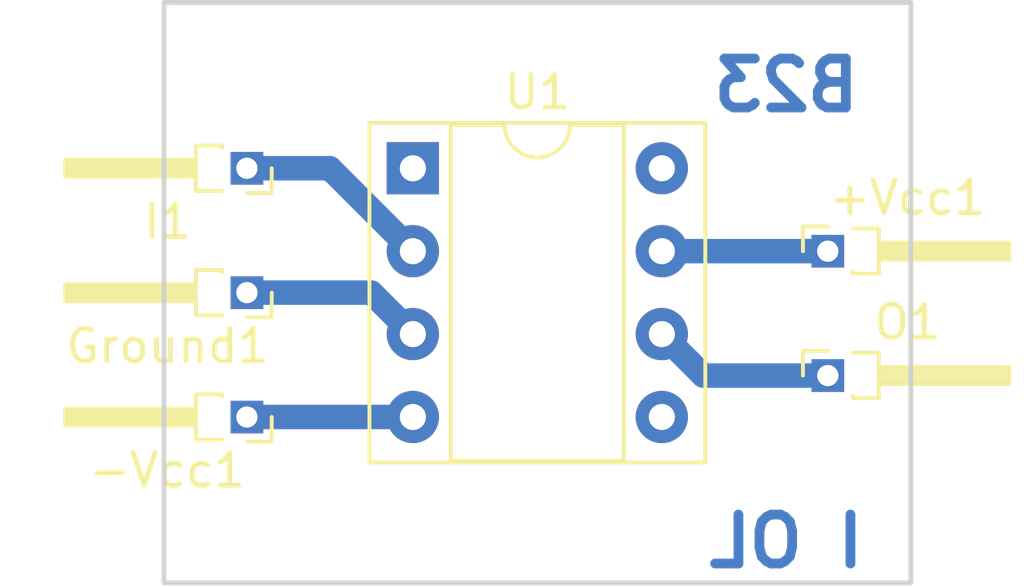
<source format=kicad_pcb>
(kicad_pcb (version 4) (host pcbnew 4.0.7)

  (general
    (links 5)
    (no_connects 0)
    (area 133.3375 86.284999 164.975001 104.22)
    (thickness 1.6)
    (drawings 6)
    (tracks 8)
    (zones 0)
    (modules 6)
    (nets 9)
  )

  (page A4)
  (layers
    (0 F.Cu signal)
    (31 B.Cu signal)
    (32 B.Adhes user)
    (33 F.Adhes user)
    (34 B.Paste user)
    (35 F.Paste user)
    (36 B.SilkS user)
    (37 F.SilkS user)
    (38 B.Mask user)
    (39 F.Mask user)
    (40 Dwgs.User user)
    (41 Cmts.User user)
    (42 Eco1.User user)
    (43 Eco2.User user)
    (44 Edge.Cuts user)
    (45 Margin user)
    (46 B.CrtYd user)
    (47 F.CrtYd user)
    (48 B.Fab user)
    (49 F.Fab user)
  )

  (setup
    (last_trace_width 0.75)
    (trace_clearance 0.2)
    (zone_clearance 0.508)
    (zone_45_only no)
    (trace_min 0.2)
    (segment_width 0.2)
    (edge_width 0.15)
    (via_size 0.6)
    (via_drill 0.4)
    (via_min_size 0.4)
    (via_min_drill 0.3)
    (uvia_size 0.3)
    (uvia_drill 0.1)
    (uvias_allowed no)
    (uvia_min_size 0.2)
    (uvia_min_drill 0.1)
    (pcb_text_width 0.3)
    (pcb_text_size 1.5 1.5)
    (mod_edge_width 0.15)
    (mod_text_size 1 1)
    (mod_text_width 0.15)
    (pad_size 1.524 1.524)
    (pad_drill 0.762)
    (pad_to_mask_clearance 0.2)
    (aux_axis_origin 0 0)
    (visible_elements 7FFFFFFF)
    (pcbplotparams
      (layerselection 0x3d100_80000001)
      (usegerberextensions false)
      (excludeedgelayer true)
      (linewidth 0.100000)
      (plotframeref false)
      (viasonmask false)
      (mode 1)
      (useauxorigin false)
      (hpglpennumber 1)
      (hpglpenspeed 20)
      (hpglpendiameter 15)
      (hpglpenoverlay 2)
      (psnegative false)
      (psa4output false)
      (plotreference true)
      (plotvalue true)
      (plotinvisibletext false)
      (padsonsilk false)
      (subtractmaskfromsilk false)
      (outputformat 1)
      (mirror false)
      (drillshape 0)
      (scaleselection 1)
      (outputdirectory ""))
  )

  (net 0 "")
  (net 1 "Net-(+Vcc1-Pad1)")
  (net 2 "Net-(-Vcc1-Pad1)")
  (net 3 "Net-(Ground1-Pad1)")
  (net 4 "Net-(I1-Pad1)")
  (net 5 "Net-(O1-Pad1)")
  (net 6 "Net-(U1-Pad1)")
  (net 7 "Net-(U1-Pad5)")
  (net 8 "Net-(U1-Pad8)")

  (net_class Default "This is the default net class."
    (clearance 0.2)
    (trace_width 0.75)
    (via_dia 0.6)
    (via_drill 0.4)
    (uvia_dia 0.3)
    (uvia_drill 0.1)
    (add_net "Net-(+Vcc1-Pad1)")
    (add_net "Net-(-Vcc1-Pad1)")
    (add_net "Net-(Ground1-Pad1)")
    (add_net "Net-(I1-Pad1)")
    (add_net "Net-(O1-Pad1)")
    (add_net "Net-(U1-Pad1)")
    (add_net "Net-(U1-Pad5)")
    (add_net "Net-(U1-Pad8)")
  )

  (module Pin_Headers:Pin_Header_Angled_1x01_Pitch1.27mm (layer F.Cu) (tedit 59650535) (tstamp 5C49DB9F)
    (at 158.75 93.98)
    (descr "Through hole angled pin header, 1x01, 1.27mm pitch, 4.0mm pin length, single row")
    (tags "Through hole angled pin header THT 1x01 1.27mm single row")
    (path /5C49DC5A)
    (fp_text reference +Vcc1 (at 2.4325 -1.635) (layer F.SilkS)
      (effects (font (size 1 1) (thickness 0.15)))
    )
    (fp_text value +12V (at 2.4325 1.635) (layer F.Fab)
      (effects (font (size 1 1) (thickness 0.15)))
    )
    (fp_line (start 0.75 -0.635) (end 1.5 -0.635) (layer F.Fab) (width 0.1))
    (fp_line (start 1.5 -0.635) (end 1.5 0.635) (layer F.Fab) (width 0.1))
    (fp_line (start 1.5 0.635) (end 0.5 0.635) (layer F.Fab) (width 0.1))
    (fp_line (start 0.5 0.635) (end 0.5 -0.385) (layer F.Fab) (width 0.1))
    (fp_line (start 0.5 -0.385) (end 0.75 -0.635) (layer F.Fab) (width 0.1))
    (fp_line (start -0.2 -0.2) (end 0.5 -0.2) (layer F.Fab) (width 0.1))
    (fp_line (start -0.2 -0.2) (end -0.2 0.2) (layer F.Fab) (width 0.1))
    (fp_line (start -0.2 0.2) (end 0.5 0.2) (layer F.Fab) (width 0.1))
    (fp_line (start 1.5 -0.2) (end 5.5 -0.2) (layer F.Fab) (width 0.1))
    (fp_line (start 5.5 -0.2) (end 5.5 0.2) (layer F.Fab) (width 0.1))
    (fp_line (start 1.5 0.2) (end 5.5 0.2) (layer F.Fab) (width 0.1))
    (fp_line (start 0.76 -0.695) (end 1.56 -0.695) (layer F.SilkS) (width 0.12))
    (fp_line (start 1.56 -0.695) (end 1.56 0.695) (layer F.SilkS) (width 0.12))
    (fp_line (start 1.56 0.695) (end 0.76 0.695) (layer F.SilkS) (width 0.12))
    (fp_line (start 0.76 0.695) (end 0.76 0.619677) (layer F.SilkS) (width 0.12))
    (fp_line (start 1.56 -0.26) (end 5.56 -0.26) (layer F.SilkS) (width 0.12))
    (fp_line (start 5.56 -0.26) (end 5.56 0.26) (layer F.SilkS) (width 0.12))
    (fp_line (start 5.56 0.26) (end 1.56 0.26) (layer F.SilkS) (width 0.12))
    (fp_line (start 1.56 -0.2) (end 5.56 -0.2) (layer F.SilkS) (width 0.12))
    (fp_line (start 1.56 -0.08) (end 5.56 -0.08) (layer F.SilkS) (width 0.12))
    (fp_line (start 1.56 0.04) (end 5.56 0.04) (layer F.SilkS) (width 0.12))
    (fp_line (start 1.56 0.16) (end 5.56 0.16) (layer F.SilkS) (width 0.12))
    (fp_line (start -0.76 0) (end -0.76 -0.76) (layer F.SilkS) (width 0.12))
    (fp_line (start -0.76 -0.76) (end 0 -0.76) (layer F.SilkS) (width 0.12))
    (fp_line (start -1.15 -1.15) (end -1.15 1.15) (layer F.CrtYd) (width 0.05))
    (fp_line (start -1.15 1.15) (end 6 1.15) (layer F.CrtYd) (width 0.05))
    (fp_line (start 6 1.15) (end 6 -1.15) (layer F.CrtYd) (width 0.05))
    (fp_line (start 6 -1.15) (end -1.15 -1.15) (layer F.CrtYd) (width 0.05))
    (fp_text user %R (at 1 0 90) (layer F.Fab)
      (effects (font (size 0.6 0.6) (thickness 0.09)))
    )
    (pad 1 thru_hole rect (at 0 0) (size 1 1) (drill 0.65) (layers *.Cu *.Mask)
      (net 1 "Net-(+Vcc1-Pad1)"))
    (model ${KISYS3DMOD}/Pin_Headers.3dshapes/Pin_Header_Angled_1x01_Pitch1.27mm.wrl
      (at (xyz 0 0 0))
      (scale (xyz 1 1 1))
      (rotate (xyz 0 0 0))
    )
  )

  (module Pin_Headers:Pin_Header_Angled_1x01_Pitch1.27mm (layer F.Cu) (tedit 59650535) (tstamp 5C49DBA4)
    (at 140.97 99.06 180)
    (descr "Through hole angled pin header, 1x01, 1.27mm pitch, 4.0mm pin length, single row")
    (tags "Through hole angled pin header THT 1x01 1.27mm single row")
    (path /5C49DC8F)
    (fp_text reference -Vcc1 (at 2.4325 -1.635 180) (layer F.SilkS)
      (effects (font (size 1 1) (thickness 0.15)))
    )
    (fp_text value -12V (at 2.4325 1.635 180) (layer F.Fab)
      (effects (font (size 1 1) (thickness 0.15)))
    )
    (fp_line (start 0.75 -0.635) (end 1.5 -0.635) (layer F.Fab) (width 0.1))
    (fp_line (start 1.5 -0.635) (end 1.5 0.635) (layer F.Fab) (width 0.1))
    (fp_line (start 1.5 0.635) (end 0.5 0.635) (layer F.Fab) (width 0.1))
    (fp_line (start 0.5 0.635) (end 0.5 -0.385) (layer F.Fab) (width 0.1))
    (fp_line (start 0.5 -0.385) (end 0.75 -0.635) (layer F.Fab) (width 0.1))
    (fp_line (start -0.2 -0.2) (end 0.5 -0.2) (layer F.Fab) (width 0.1))
    (fp_line (start -0.2 -0.2) (end -0.2 0.2) (layer F.Fab) (width 0.1))
    (fp_line (start -0.2 0.2) (end 0.5 0.2) (layer F.Fab) (width 0.1))
    (fp_line (start 1.5 -0.2) (end 5.5 -0.2) (layer F.Fab) (width 0.1))
    (fp_line (start 5.5 -0.2) (end 5.5 0.2) (layer F.Fab) (width 0.1))
    (fp_line (start 1.5 0.2) (end 5.5 0.2) (layer F.Fab) (width 0.1))
    (fp_line (start 0.76 -0.695) (end 1.56 -0.695) (layer F.SilkS) (width 0.12))
    (fp_line (start 1.56 -0.695) (end 1.56 0.695) (layer F.SilkS) (width 0.12))
    (fp_line (start 1.56 0.695) (end 0.76 0.695) (layer F.SilkS) (width 0.12))
    (fp_line (start 0.76 0.695) (end 0.76 0.619677) (layer F.SilkS) (width 0.12))
    (fp_line (start 1.56 -0.26) (end 5.56 -0.26) (layer F.SilkS) (width 0.12))
    (fp_line (start 5.56 -0.26) (end 5.56 0.26) (layer F.SilkS) (width 0.12))
    (fp_line (start 5.56 0.26) (end 1.56 0.26) (layer F.SilkS) (width 0.12))
    (fp_line (start 1.56 -0.2) (end 5.56 -0.2) (layer F.SilkS) (width 0.12))
    (fp_line (start 1.56 -0.08) (end 5.56 -0.08) (layer F.SilkS) (width 0.12))
    (fp_line (start 1.56 0.04) (end 5.56 0.04) (layer F.SilkS) (width 0.12))
    (fp_line (start 1.56 0.16) (end 5.56 0.16) (layer F.SilkS) (width 0.12))
    (fp_line (start -0.76 0) (end -0.76 -0.76) (layer F.SilkS) (width 0.12))
    (fp_line (start -0.76 -0.76) (end 0 -0.76) (layer F.SilkS) (width 0.12))
    (fp_line (start -1.15 -1.15) (end -1.15 1.15) (layer F.CrtYd) (width 0.05))
    (fp_line (start -1.15 1.15) (end 6 1.15) (layer F.CrtYd) (width 0.05))
    (fp_line (start 6 1.15) (end 6 -1.15) (layer F.CrtYd) (width 0.05))
    (fp_line (start 6 -1.15) (end -1.15 -1.15) (layer F.CrtYd) (width 0.05))
    (fp_text user %R (at 1 0 270) (layer F.Fab)
      (effects (font (size 0.6 0.6) (thickness 0.09)))
    )
    (pad 1 thru_hole rect (at 0 0 180) (size 1 1) (drill 0.65) (layers *.Cu *.Mask)
      (net 2 "Net-(-Vcc1-Pad1)"))
    (model ${KISYS3DMOD}/Pin_Headers.3dshapes/Pin_Header_Angled_1x01_Pitch1.27mm.wrl
      (at (xyz 0 0 0))
      (scale (xyz 1 1 1))
      (rotate (xyz 0 0 0))
    )
  )

  (module Pin_Headers:Pin_Header_Angled_1x01_Pitch1.27mm (layer F.Cu) (tedit 59650535) (tstamp 5C49DBA9)
    (at 140.97 95.25 180)
    (descr "Through hole angled pin header, 1x01, 1.27mm pitch, 4.0mm pin length, single row")
    (tags "Through hole angled pin header THT 1x01 1.27mm single row")
    (path /5C49DC12)
    (fp_text reference Ground1 (at 2.4325 -1.635 180) (layer F.SilkS)
      (effects (font (size 1 1) (thickness 0.15)))
    )
    (fp_text value Gnd (at 2.4325 1.635 180) (layer F.Fab)
      (effects (font (size 1 1) (thickness 0.15)))
    )
    (fp_line (start 0.75 -0.635) (end 1.5 -0.635) (layer F.Fab) (width 0.1))
    (fp_line (start 1.5 -0.635) (end 1.5 0.635) (layer F.Fab) (width 0.1))
    (fp_line (start 1.5 0.635) (end 0.5 0.635) (layer F.Fab) (width 0.1))
    (fp_line (start 0.5 0.635) (end 0.5 -0.385) (layer F.Fab) (width 0.1))
    (fp_line (start 0.5 -0.385) (end 0.75 -0.635) (layer F.Fab) (width 0.1))
    (fp_line (start -0.2 -0.2) (end 0.5 -0.2) (layer F.Fab) (width 0.1))
    (fp_line (start -0.2 -0.2) (end -0.2 0.2) (layer F.Fab) (width 0.1))
    (fp_line (start -0.2 0.2) (end 0.5 0.2) (layer F.Fab) (width 0.1))
    (fp_line (start 1.5 -0.2) (end 5.5 -0.2) (layer F.Fab) (width 0.1))
    (fp_line (start 5.5 -0.2) (end 5.5 0.2) (layer F.Fab) (width 0.1))
    (fp_line (start 1.5 0.2) (end 5.5 0.2) (layer F.Fab) (width 0.1))
    (fp_line (start 0.76 -0.695) (end 1.56 -0.695) (layer F.SilkS) (width 0.12))
    (fp_line (start 1.56 -0.695) (end 1.56 0.695) (layer F.SilkS) (width 0.12))
    (fp_line (start 1.56 0.695) (end 0.76 0.695) (layer F.SilkS) (width 0.12))
    (fp_line (start 0.76 0.695) (end 0.76 0.619677) (layer F.SilkS) (width 0.12))
    (fp_line (start 1.56 -0.26) (end 5.56 -0.26) (layer F.SilkS) (width 0.12))
    (fp_line (start 5.56 -0.26) (end 5.56 0.26) (layer F.SilkS) (width 0.12))
    (fp_line (start 5.56 0.26) (end 1.56 0.26) (layer F.SilkS) (width 0.12))
    (fp_line (start 1.56 -0.2) (end 5.56 -0.2) (layer F.SilkS) (width 0.12))
    (fp_line (start 1.56 -0.08) (end 5.56 -0.08) (layer F.SilkS) (width 0.12))
    (fp_line (start 1.56 0.04) (end 5.56 0.04) (layer F.SilkS) (width 0.12))
    (fp_line (start 1.56 0.16) (end 5.56 0.16) (layer F.SilkS) (width 0.12))
    (fp_line (start -0.76 0) (end -0.76 -0.76) (layer F.SilkS) (width 0.12))
    (fp_line (start -0.76 -0.76) (end 0 -0.76) (layer F.SilkS) (width 0.12))
    (fp_line (start -1.15 -1.15) (end -1.15 1.15) (layer F.CrtYd) (width 0.05))
    (fp_line (start -1.15 1.15) (end 6 1.15) (layer F.CrtYd) (width 0.05))
    (fp_line (start 6 1.15) (end 6 -1.15) (layer F.CrtYd) (width 0.05))
    (fp_line (start 6 -1.15) (end -1.15 -1.15) (layer F.CrtYd) (width 0.05))
    (fp_text user %R (at 1 0 270) (layer F.Fab)
      (effects (font (size 0.6 0.6) (thickness 0.09)))
    )
    (pad 1 thru_hole rect (at 0 0 180) (size 1 1) (drill 0.65) (layers *.Cu *.Mask)
      (net 3 "Net-(Ground1-Pad1)"))
    (model ${KISYS3DMOD}/Pin_Headers.3dshapes/Pin_Header_Angled_1x01_Pitch1.27mm.wrl
      (at (xyz 0 0 0))
      (scale (xyz 1 1 1))
      (rotate (xyz 0 0 0))
    )
  )

  (module Pin_Headers:Pin_Header_Angled_1x01_Pitch1.27mm (layer F.Cu) (tedit 59650535) (tstamp 5C49DBAE)
    (at 140.97 91.44 180)
    (descr "Through hole angled pin header, 1x01, 1.27mm pitch, 4.0mm pin length, single row")
    (tags "Through hole angled pin header THT 1x01 1.27mm single row")
    (path /5C49DC3B)
    (fp_text reference I1 (at 2.4325 -1.635 180) (layer F.SilkS)
      (effects (font (size 1 1) (thickness 0.15)))
    )
    (fp_text value "sine 2V 1kHz" (at 2.4325 1.635 180) (layer F.Fab)
      (effects (font (size 1 1) (thickness 0.15)))
    )
    (fp_line (start 0.75 -0.635) (end 1.5 -0.635) (layer F.Fab) (width 0.1))
    (fp_line (start 1.5 -0.635) (end 1.5 0.635) (layer F.Fab) (width 0.1))
    (fp_line (start 1.5 0.635) (end 0.5 0.635) (layer F.Fab) (width 0.1))
    (fp_line (start 0.5 0.635) (end 0.5 -0.385) (layer F.Fab) (width 0.1))
    (fp_line (start 0.5 -0.385) (end 0.75 -0.635) (layer F.Fab) (width 0.1))
    (fp_line (start -0.2 -0.2) (end 0.5 -0.2) (layer F.Fab) (width 0.1))
    (fp_line (start -0.2 -0.2) (end -0.2 0.2) (layer F.Fab) (width 0.1))
    (fp_line (start -0.2 0.2) (end 0.5 0.2) (layer F.Fab) (width 0.1))
    (fp_line (start 1.5 -0.2) (end 5.5 -0.2) (layer F.Fab) (width 0.1))
    (fp_line (start 5.5 -0.2) (end 5.5 0.2) (layer F.Fab) (width 0.1))
    (fp_line (start 1.5 0.2) (end 5.5 0.2) (layer F.Fab) (width 0.1))
    (fp_line (start 0.76 -0.695) (end 1.56 -0.695) (layer F.SilkS) (width 0.12))
    (fp_line (start 1.56 -0.695) (end 1.56 0.695) (layer F.SilkS) (width 0.12))
    (fp_line (start 1.56 0.695) (end 0.76 0.695) (layer F.SilkS) (width 0.12))
    (fp_line (start 0.76 0.695) (end 0.76 0.619677) (layer F.SilkS) (width 0.12))
    (fp_line (start 1.56 -0.26) (end 5.56 -0.26) (layer F.SilkS) (width 0.12))
    (fp_line (start 5.56 -0.26) (end 5.56 0.26) (layer F.SilkS) (width 0.12))
    (fp_line (start 5.56 0.26) (end 1.56 0.26) (layer F.SilkS) (width 0.12))
    (fp_line (start 1.56 -0.2) (end 5.56 -0.2) (layer F.SilkS) (width 0.12))
    (fp_line (start 1.56 -0.08) (end 5.56 -0.08) (layer F.SilkS) (width 0.12))
    (fp_line (start 1.56 0.04) (end 5.56 0.04) (layer F.SilkS) (width 0.12))
    (fp_line (start 1.56 0.16) (end 5.56 0.16) (layer F.SilkS) (width 0.12))
    (fp_line (start -0.76 0) (end -0.76 -0.76) (layer F.SilkS) (width 0.12))
    (fp_line (start -0.76 -0.76) (end 0 -0.76) (layer F.SilkS) (width 0.12))
    (fp_line (start -1.15 -1.15) (end -1.15 1.15) (layer F.CrtYd) (width 0.05))
    (fp_line (start -1.15 1.15) (end 6 1.15) (layer F.CrtYd) (width 0.05))
    (fp_line (start 6 1.15) (end 6 -1.15) (layer F.CrtYd) (width 0.05))
    (fp_line (start 6 -1.15) (end -1.15 -1.15) (layer F.CrtYd) (width 0.05))
    (fp_text user %R (at 1 0 270) (layer F.Fab)
      (effects (font (size 0.6 0.6) (thickness 0.09)))
    )
    (pad 1 thru_hole rect (at 0 0 180) (size 1 1) (drill 0.65) (layers *.Cu *.Mask)
      (net 4 "Net-(I1-Pad1)"))
    (model ${KISYS3DMOD}/Pin_Headers.3dshapes/Pin_Header_Angled_1x01_Pitch1.27mm.wrl
      (at (xyz 0 0 0))
      (scale (xyz 1 1 1))
      (rotate (xyz 0 0 0))
    )
  )

  (module Pin_Headers:Pin_Header_Angled_1x01_Pitch1.27mm (layer F.Cu) (tedit 59650535) (tstamp 5C49DBB3)
    (at 158.75 97.79)
    (descr "Through hole angled pin header, 1x01, 1.27mm pitch, 4.0mm pin length, single row")
    (tags "Through hole angled pin header THT 1x01 1.27mm single row")
    (path /5C49DCBA)
    (fp_text reference O1 (at 2.4325 -1.635) (layer F.SilkS)
      (effects (font (size 1 1) (thickness 0.15)))
    )
    (fp_text value CRO (at 2.4325 1.635) (layer F.Fab)
      (effects (font (size 1 1) (thickness 0.15)))
    )
    (fp_line (start 0.75 -0.635) (end 1.5 -0.635) (layer F.Fab) (width 0.1))
    (fp_line (start 1.5 -0.635) (end 1.5 0.635) (layer F.Fab) (width 0.1))
    (fp_line (start 1.5 0.635) (end 0.5 0.635) (layer F.Fab) (width 0.1))
    (fp_line (start 0.5 0.635) (end 0.5 -0.385) (layer F.Fab) (width 0.1))
    (fp_line (start 0.5 -0.385) (end 0.75 -0.635) (layer F.Fab) (width 0.1))
    (fp_line (start -0.2 -0.2) (end 0.5 -0.2) (layer F.Fab) (width 0.1))
    (fp_line (start -0.2 -0.2) (end -0.2 0.2) (layer F.Fab) (width 0.1))
    (fp_line (start -0.2 0.2) (end 0.5 0.2) (layer F.Fab) (width 0.1))
    (fp_line (start 1.5 -0.2) (end 5.5 -0.2) (layer F.Fab) (width 0.1))
    (fp_line (start 5.5 -0.2) (end 5.5 0.2) (layer F.Fab) (width 0.1))
    (fp_line (start 1.5 0.2) (end 5.5 0.2) (layer F.Fab) (width 0.1))
    (fp_line (start 0.76 -0.695) (end 1.56 -0.695) (layer F.SilkS) (width 0.12))
    (fp_line (start 1.56 -0.695) (end 1.56 0.695) (layer F.SilkS) (width 0.12))
    (fp_line (start 1.56 0.695) (end 0.76 0.695) (layer F.SilkS) (width 0.12))
    (fp_line (start 0.76 0.695) (end 0.76 0.619677) (layer F.SilkS) (width 0.12))
    (fp_line (start 1.56 -0.26) (end 5.56 -0.26) (layer F.SilkS) (width 0.12))
    (fp_line (start 5.56 -0.26) (end 5.56 0.26) (layer F.SilkS) (width 0.12))
    (fp_line (start 5.56 0.26) (end 1.56 0.26) (layer F.SilkS) (width 0.12))
    (fp_line (start 1.56 -0.2) (end 5.56 -0.2) (layer F.SilkS) (width 0.12))
    (fp_line (start 1.56 -0.08) (end 5.56 -0.08) (layer F.SilkS) (width 0.12))
    (fp_line (start 1.56 0.04) (end 5.56 0.04) (layer F.SilkS) (width 0.12))
    (fp_line (start 1.56 0.16) (end 5.56 0.16) (layer F.SilkS) (width 0.12))
    (fp_line (start -0.76 0) (end -0.76 -0.76) (layer F.SilkS) (width 0.12))
    (fp_line (start -0.76 -0.76) (end 0 -0.76) (layer F.SilkS) (width 0.12))
    (fp_line (start -1.15 -1.15) (end -1.15 1.15) (layer F.CrtYd) (width 0.05))
    (fp_line (start -1.15 1.15) (end 6 1.15) (layer F.CrtYd) (width 0.05))
    (fp_line (start 6 1.15) (end 6 -1.15) (layer F.CrtYd) (width 0.05))
    (fp_line (start 6 -1.15) (end -1.15 -1.15) (layer F.CrtYd) (width 0.05))
    (fp_text user %R (at 1 0 90) (layer F.Fab)
      (effects (font (size 0.6 0.6) (thickness 0.09)))
    )
    (pad 1 thru_hole rect (at 0 0) (size 1 1) (drill 0.65) (layers *.Cu *.Mask)
      (net 5 "Net-(O1-Pad1)"))
    (model ${KISYS3DMOD}/Pin_Headers.3dshapes/Pin_Header_Angled_1x01_Pitch1.27mm.wrl
      (at (xyz 0 0 0))
      (scale (xyz 1 1 1))
      (rotate (xyz 0 0 0))
    )
  )

  (module Housings_DIP:DIP-8_W7.62mm_Socket (layer F.Cu) (tedit 59C78D6B) (tstamp 5C49DBBF)
    (at 146.05 91.44)
    (descr "8-lead though-hole mounted DIP package, row spacing 7.62 mm (300 mils), Socket")
    (tags "THT DIP DIL PDIP 2.54mm 7.62mm 300mil Socket")
    (path /5C49DBC9)
    (fp_text reference U1 (at 3.81 -2.33) (layer F.SilkS)
      (effects (font (size 1 1) (thickness 0.15)))
    )
    (fp_text value LM741 (at 3.81 9.95) (layer F.Fab)
      (effects (font (size 1 1) (thickness 0.15)))
    )
    (fp_arc (start 3.81 -1.33) (end 2.81 -1.33) (angle -180) (layer F.SilkS) (width 0.12))
    (fp_line (start 1.635 -1.27) (end 6.985 -1.27) (layer F.Fab) (width 0.1))
    (fp_line (start 6.985 -1.27) (end 6.985 8.89) (layer F.Fab) (width 0.1))
    (fp_line (start 6.985 8.89) (end 0.635 8.89) (layer F.Fab) (width 0.1))
    (fp_line (start 0.635 8.89) (end 0.635 -0.27) (layer F.Fab) (width 0.1))
    (fp_line (start 0.635 -0.27) (end 1.635 -1.27) (layer F.Fab) (width 0.1))
    (fp_line (start -1.27 -1.33) (end -1.27 8.95) (layer F.Fab) (width 0.1))
    (fp_line (start -1.27 8.95) (end 8.89 8.95) (layer F.Fab) (width 0.1))
    (fp_line (start 8.89 8.95) (end 8.89 -1.33) (layer F.Fab) (width 0.1))
    (fp_line (start 8.89 -1.33) (end -1.27 -1.33) (layer F.Fab) (width 0.1))
    (fp_line (start 2.81 -1.33) (end 1.16 -1.33) (layer F.SilkS) (width 0.12))
    (fp_line (start 1.16 -1.33) (end 1.16 8.95) (layer F.SilkS) (width 0.12))
    (fp_line (start 1.16 8.95) (end 6.46 8.95) (layer F.SilkS) (width 0.12))
    (fp_line (start 6.46 8.95) (end 6.46 -1.33) (layer F.SilkS) (width 0.12))
    (fp_line (start 6.46 -1.33) (end 4.81 -1.33) (layer F.SilkS) (width 0.12))
    (fp_line (start -1.33 -1.39) (end -1.33 9.01) (layer F.SilkS) (width 0.12))
    (fp_line (start -1.33 9.01) (end 8.95 9.01) (layer F.SilkS) (width 0.12))
    (fp_line (start 8.95 9.01) (end 8.95 -1.39) (layer F.SilkS) (width 0.12))
    (fp_line (start 8.95 -1.39) (end -1.33 -1.39) (layer F.SilkS) (width 0.12))
    (fp_line (start -1.55 -1.6) (end -1.55 9.2) (layer F.CrtYd) (width 0.05))
    (fp_line (start -1.55 9.2) (end 9.15 9.2) (layer F.CrtYd) (width 0.05))
    (fp_line (start 9.15 9.2) (end 9.15 -1.6) (layer F.CrtYd) (width 0.05))
    (fp_line (start 9.15 -1.6) (end -1.55 -1.6) (layer F.CrtYd) (width 0.05))
    (fp_text user %R (at 3.81 3.81) (layer F.Fab)
      (effects (font (size 1 1) (thickness 0.15)))
    )
    (pad 1 thru_hole rect (at 0 0) (size 1.6 1.6) (drill 0.8) (layers *.Cu *.Mask)
      (net 6 "Net-(U1-Pad1)"))
    (pad 5 thru_hole oval (at 7.62 7.62) (size 1.6 1.6) (drill 0.8) (layers *.Cu *.Mask)
      (net 7 "Net-(U1-Pad5)"))
    (pad 2 thru_hole oval (at 0 2.54) (size 1.6 1.6) (drill 0.8) (layers *.Cu *.Mask)
      (net 4 "Net-(I1-Pad1)"))
    (pad 6 thru_hole oval (at 7.62 5.08) (size 1.6 1.6) (drill 0.8) (layers *.Cu *.Mask)
      (net 5 "Net-(O1-Pad1)"))
    (pad 3 thru_hole oval (at 0 5.08) (size 1.6 1.6) (drill 0.8) (layers *.Cu *.Mask)
      (net 3 "Net-(Ground1-Pad1)"))
    (pad 7 thru_hole oval (at 7.62 2.54) (size 1.6 1.6) (drill 0.8) (layers *.Cu *.Mask)
      (net 1 "Net-(+Vcc1-Pad1)"))
    (pad 4 thru_hole oval (at 0 7.62) (size 1.6 1.6) (drill 0.8) (layers *.Cu *.Mask)
      (net 2 "Net-(-Vcc1-Pad1)"))
    (pad 8 thru_hole oval (at 7.62 0) (size 1.6 1.6) (drill 0.8) (layers *.Cu *.Mask)
      (net 8 "Net-(U1-Pad8)"))
    (model ${KISYS3DMOD}/Housings_DIP.3dshapes/DIP-8_W7.62mm_Socket.wrl
      (at (xyz 0 0 0))
      (scale (xyz 1 1 1))
      (rotate (xyz 0 0 0))
    )
  )

  (gr_line (start 138.43 104.14) (end 138.43 86.36) (angle 90) (layer Edge.Cuts) (width 0.15))
  (gr_line (start 161.29 104.14) (end 138.43 104.14) (angle 90) (layer Edge.Cuts) (width 0.15))
  (gr_line (start 161.29 86.36) (end 161.29 104.14) (angle 90) (layer Edge.Cuts) (width 0.15))
  (gr_line (start 138.43 86.36) (end 161.29 86.36) (angle 90) (layer Edge.Cuts) (width 0.15))
  (gr_text "I OL\n" (at 157.48 102.87) (layer B.Cu)
    (effects (font (size 1.5 1.5) (thickness 0.3)) (justify mirror))
  )
  (gr_text B23 (at 157.48 88.9) (layer B.Cu)
    (effects (font (size 1.5 1.5) (thickness 0.3)) (justify mirror))
  )

  (segment (start 158.75 93.98) (end 153.67 93.98) (width 0.75) (layer B.Cu) (net 1))
  (segment (start 140.97 99.06) (end 146.05 99.06) (width 0.75) (layer B.Cu) (net 2))
  (segment (start 140.97 95.25) (end 144.78 95.25) (width 0.75) (layer B.Cu) (net 3))
  (segment (start 144.78 95.25) (end 146.05 96.52) (width 0.75) (layer B.Cu) (net 3) (tstamp 5C49DC17))
  (segment (start 140.97 91.44) (end 143.51 91.44) (width 0.75) (layer B.Cu) (net 4))
  (segment (start 143.51 91.44) (end 146.05 93.98) (width 0.75) (layer B.Cu) (net 4) (tstamp 5C49DC14))
  (segment (start 158.75 97.79) (end 154.94 97.79) (width 0.75) (layer B.Cu) (net 5))
  (segment (start 154.94 97.79) (end 153.67 96.52) (width 0.75) (layer B.Cu) (net 5) (tstamp 5C49DC1C))

)

</source>
